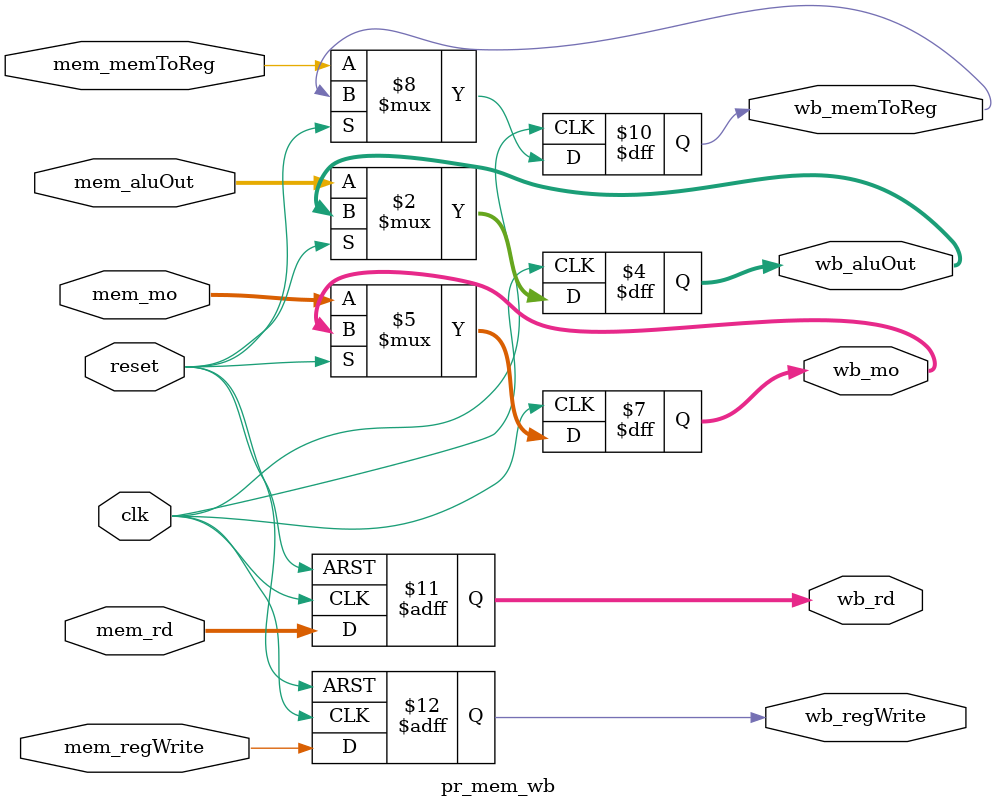
<source format=v>
module pr_mem_wb(
    input             clk, reset,
    input      [31:0] mem_aluOut,
    input      [31:0] mem_mo,    
    input             mem_memToReg,
    input       [4:0] mem_rd,
    input             mem_regWrite,
    output reg [31:0] wb_aluOut,
    output reg [31:0] wb_mo,
    output reg        wb_memToReg,
    output reg  [4:0] wb_rd,
    output reg        wb_regWrite
);

always @(posedge clk, posedge reset)
    if (reset) begin
        // I don't care about the data signals and memToReg. Leave them x
        wb_rd       <= 5'h0;
        wb_regWrite <= 1'b0;
    end else begin
        wb_mo       <= #10 mem_mo;
        wb_aluOut   <= #10 mem_aluOut;
        wb_memToReg <= #10 mem_memToReg;
        wb_rd       <= #10 mem_rd;
        wb_regWrite <= #10 mem_regWrite;
    end
endmodule

</source>
